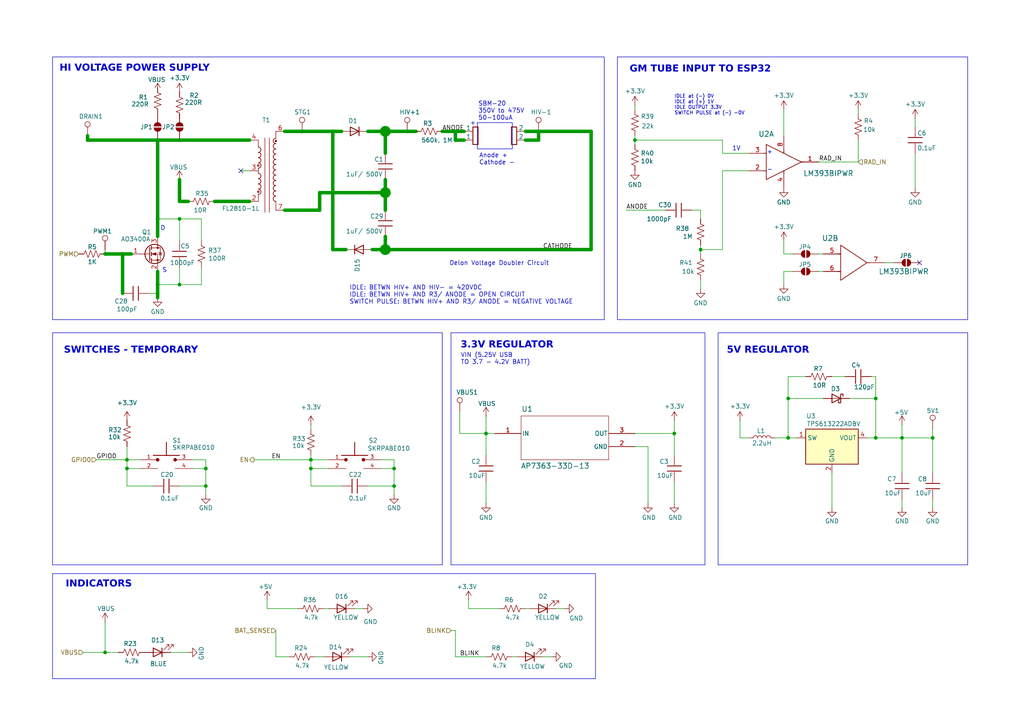
<source format=kicad_sch>
(kicad_sch (version 20250114) (generator "eeschema") (generator_version "9.0")
  (paper "A4")
  (rectangle (start 303.53 81.28) (end 416.56 157.48))
  (rectangle (start 15.24 166.37) (end 172.72 196.85))
  (rectangle (start 138.43 35.56) (end 148.59 43.18))
  (rectangle (start 15.24 16.51) (end 175.26 92.71))
  (rectangle (start 208.28 96.52) (end 280.67 163.83))
  (rectangle (start 179.07 16.51) (end 280.67 92.71))
  (rectangle (start 130.81 96.52) (end 204.47 163.83))
  (rectangle (start 301.752 32.512) (end 365.252 48.768))
  (text "5V REGULATOR" (at 210.82 103.378 0) (effects (font (size 2 2) (thickness 0.4064) (bold yes)) (justify left bottom)))
  (text "D1 has internal 1uA pullup, so D1 = 1.\n" (at 376.428 108.204 0) (effects (font (size 1.27 1.27)) (justify left)))
  (text "GM TUBE INPUT TO ESP32" (at 182.626 21.844 0) (effects (font (size 2 2) (thickness 0.4064) (bold yes)) (justify left bottom)))
  (text "INPUT VOLTAGE MUX (BATTERY/ USB) " (at 306.832 87.63 0) (effects (font (size 2 2) (thickness 0.4064) (bold yes)) (justify left bottom)))
  (text "INDICATORS" (at 19.05 171.196 0) (effects (font (size 2 2) (thickness 0.4064) (bold yes)) (justify left bottom)))
  (text "-" (at 223.266 49.276 0) (effects (font (size 1.27 1.27))))
  (text "+" (at 137.16 35.814 0) (effects (font (size 1.27 1.27))))
  (text "HI VOLTAGE POWER SUPPLY" (at 17.272 21.59 0) (effects (font (size 2 2) (thickness 0.4064) (bold yes)) (justify left bottom)))
  (text "If the voltage at the inverting terminal (-) is \ngreater than the voltage at the noninverting terminal (+), \nthen the output of the op amp will be drawn down to ground, \nallowing electricity to flow from VCC to ground, turning on the output device. \n\nIf the voltage at the inverting terminal (-) is less than at the noninverting terminal (+), \nthen the output of the op amp stays at VCC allowing no electricity to flow, \nsince there is no electric potential difference across the output device.\n\n" (at 302.768 20.574 0) (effects (font (size 1.27 1.27)) (justify left)))
  (text "S" (at 47.752 78.486 0) (effects (font (size 1.27 1.27))))
  (text "Delon Voltage Doubler Circuit" (at 144.78 76.454 0) (effects (font (size 1.27 1.27))))
  (text "From SBM-20 datasheet\n-Typical current per pulse: ~100 µA.\n-Plateau slope: ~0.1% per volt (small deviations mean the \nresistor can adjust the voltage across the tube effectively).\n-Power Dissipation: The resistor must handle the continuous\ncurrent and occasional pulses:\nP=I^2⋅R\n" (at 303.53 40.64 0) (effects (font (size 1.27 1.27)) (justify left)))
  (text "R4 limits current to 0.71A\n500/ RLim" (at 341.122 126.238 0) (effects (font (size 1.27 1.27)) (justify left)))
  (text "1V" (at 212.344 43.18 0) (effects (font (size 1.27 1.27)) (justify left)))
  (text "VIN (5.25V USB \nTO 3.7 - 4.2V BATT)" (at 133.604 104.14 0) (effects (font (size 1.27 1.27)) (justify left)))
  (text "3.3V REGULATOR" (at 133.604 101.854 0) (effects (font (size 2 2) (thickness 0.4064) (bold yes)) (justify left bottom)))
  (text "VHIGH CONNECTS TO \nTHE HIGHER OF IN1 OR IN2" (at 378.714 114.808 0) (effects (font (size 1.27 1.27)) (justify left)))
  (text "SWITCHES - TEMPORARY" (at 18.542 103.378 0) (effects (font (size 2 2) (thickness 1.016) (bold yes)) (justify left bottom)))
  (text "Anode +\nCathode -" (at 138.938 46.228 0) (effects (font (size 1.27 1.27)) (justify left)))
  (text "VBAT: 3.7V - 4.2V\nVBUS: 5.2V" (at 312.928 92.964 0) (effects (font (size 1.27 1.27)) (justify left)))
  (text "SBM-20\n350V to 475V\n50-100uA" (at 138.684 32.258 0) (effects (font (size 1.27 1.27)) (justify left)))
  (text "IDLE at (-) 0V\nIDLE at (+) 1V\nIDLE OUTPUT 3.3V\nSWITCH PULSE at (-) -0V" (at 195.58 30.48 0) (effects (font (size 1 1)) (justify left)))
  (text "IDLE: BETWN HIV+ AND HIV- = 420VDC\nIDLE: BETWN HIV+ AND R3/ ANODE = OPEN CIRCUIT\nSWITCH PULSE: BETWN HIV+ AND R3/ ANODE = NEGATIVE VOLTAGE " (at 101.346 85.598 0) (effects (font (size 1.27 1.27)) (justify left)))
  (text "+" (at 223.266 44.196 0) (effects (font (size 1.27 1.27))))
  (text "D" (at 47.244 66.294 0) (effects (font (size 1.27 1.27))))
  (junction (at 429.26 184.15))
  (junction (at 59.69 140.97))
  (junction (at 36.83 135.89))
  (junction (at 156.21 38.1))
  (junction (at 318.77 107.95))
  (junction (at 228.6 127))
  (junction (at 30.48 73.66))
  (junction (at 90.17 135.89))
  (junction (at 30.48 189.23))
  (junction (at 45.72 40.64))
  (junction (at 321.31 104.14))
  (junction (at 114.3 140.97))
  (junction (at 270.51 127))
  (junction (at 118.11 38.1))
  (junction (at 45.72 85.09))
  (junction (at 261.62 127))
  (junction (at 140.97 125.73))
  (junction (at 254 115.57))
  (junction (at 203.2 72.39))
  (junction (at 111.76 55.88) (diameter 3))
  (junction (at 35.56 73.66))
  (junction (at 45.72 82.55))
  (junction (at 52.07 82.55))
  (junction (at 36.83 133.35))
  (junction (at 132.08 38.1))
  (junction (at 111.76 72.39) (diameter 3))
  (junction (at 87.63 38.1))
  (junction (at 228.6 115.57))
  (junction (at 90.17 133.35))
  (junction (at 195.58 125.73))
  (junction (at 114.3 135.89))
  (junction (at 111.76 38.1) (diameter 3))
  (junction (at 59.69 135.89))
  (junction (at 429.26 179.07))
  (junction (at 45.72 63.5))
  (junction (at 96.52 38.1))
  (junction (at 405.13 179.07))
  (junction (at 254 127))
  (junction (at 52.07 63.5))
  (junction (at 52.07 40.64))
  (junction (at 184.15 40.64))
  (junction (at 405.13 176.53))
  (no_connect (at 374.65 107.95))
  (no_connect (at 69.85 49.53))
  (no_connect (at 266.7 76.2))
  (wire (pts (xy 161.29 176.53) (xy 163.83 176.53)))
  (wire (pts (xy 80.01 190.5) (xy 83.82 190.5)))
  (wire (pts (xy 429.26 184.15) (xy 429.26 186.69)))
  (wire (pts (xy 52.07 52.07) (xy 52.07 58.42)) (stroke (width 1)))
  (wire (pts (xy 429.26 179.07) (xy 429.26 184.15)))
  (wire (pts (xy 58.42 63.5) (xy 58.42 69.85)))
  (wire (pts (xy 69.85 49.53) (xy 72.39 49.53)))
  (wire (pts (xy 36.83 133.35) (xy 36.83 135.89)))
  (polyline (pts (xy 15.24 96.52) (xy 128.27 96.52)))
  (wire (pts (xy 45.72 25.4) (xy 45.72 26.67)))
  (wire (pts (xy 237.49 46.99) (xy 248.92 46.99)))
  (wire (pts (xy 30.48 72.39) (xy 30.48 73.66)))
  (wire (pts (xy 184.15 30.48) (xy 184.15 31.75)))
  (wire (pts (xy 55.88 135.89) (xy 59.69 135.89)))
  (wire (pts (xy 96.52 38.1) (xy 96.52 72.39)) (stroke (width 1)))
  (wire (pts (xy 405.13 173.99) (xy 405.13 176.53)))
  (wire (pts (xy 184.15 125.73) (xy 195.58 125.73)))
  (wire (pts (xy 52.07 40.64) (xy 49.53 40.64)))
  (wire (pts (xy 152.4 40.64) (xy 156.21 40.64)) (stroke (width 1)))
  (wire (pts (xy 36.83 135.89) (xy 36.83 140.97)))
  (wire (pts (xy 152.4 176.53) (xy 153.67 176.53)))
  (wire (pts (xy 80.01 182.88) (xy 80.01 190.5)))
  (wire (pts (xy 321.31 104.14) (xy 334.01 104.14)))
  (wire (pts (xy 184.15 39.37) (xy 184.15 40.64)))
  (wire (pts (xy 52.07 82.55) (xy 45.72 82.55)))
  (wire (pts (xy 111.76 68.58) (xy 111.76 72.39)) (stroke (width 1)))
  (wire (pts (xy 254 127) (xy 261.62 127)))
  (wire (pts (xy 52.07 63.5) (xy 45.72 63.5)))
  (wire (pts (xy 227.33 78.74) (xy 227.33 82.55)))
  (wire (pts (xy 114.3 133.35) (xy 110.49 133.35)))
  (wire (pts (xy 52.07 77.47) (xy 52.07 82.55)))
  (wire (pts (xy 414.02 184.15) (xy 405.13 184.15)))
  (wire (pts (xy 388.62 176.53) (xy 405.13 176.53)))
  (wire (pts (xy 114.3 135.89) (xy 114.3 140.97)))
  (wire (pts (xy 90.17 133.35) (xy 90.17 135.89)))
  (wire (pts (xy 77.47 173.99) (xy 77.47 176.53)))
  (wire (pts (xy 45.72 85.09) (xy 45.72 82.55)))
  (wire (pts (xy 111.76 55.88) (xy 111.76 60.96)) (stroke (width 1)))
  (wire (pts (xy 92.71 55.88) (xy 111.76 55.88)) (stroke (width 1)))
  (wire (pts (xy 59.69 135.89) (xy 59.69 140.97)))
  (wire (pts (xy 248.92 40.64) (xy 248.92 46.99)))
  (wire (pts (xy 252.73 109.22) (xy 254 109.22)))
  (wire (pts (xy 140.97 120.65) (xy 140.97 125.73)))
  (wire (pts (xy 59.69 140.97) (xy 59.69 143.51)))
  (wire (pts (xy 24.13 189.23) (xy 30.48 189.23)))
  (wire (pts (xy 421.64 184.15) (xy 429.26 184.15)))
  (wire (pts (xy 36.83 129.54) (xy 36.83 133.35)))
  (wire (pts (xy 90.17 132.08) (xy 90.17 133.35)))
  (wire (pts (xy 246.38 115.57) (xy 254 115.57)))
  (wire (pts (xy 111.76 44.45) (xy 111.76 38.1)) (stroke (width 1)))
  (wire (pts (xy 111.76 38.1) (xy 118.11 38.1)) (stroke (width 1)))
  (wire (pts (xy 265.43 34.29) (xy 265.43 36.83)))
  (wire (pts (xy 128.27 38.1) (xy 132.08 38.1)) (stroke (width 1)))
  (wire (pts (xy 43.18 85.09) (xy 45.72 85.09)))
  (wire (pts (xy 405.13 176.53) (xy 410.21 176.53)))
  (wire (pts (xy 135.89 176.53) (xy 144.78 176.53)))
  (wire (pts (xy 241.3 109.22) (xy 245.11 109.22)))
  (wire (pts (xy 237.49 78.74) (xy 238.76 78.74)))
  (wire (pts (xy 90.17 140.97) (xy 90.17 135.89)))
  (wire (pts (xy 375.92 115.57) (xy 375.92 128.27)))
  (wire (pts (xy 25.4 40.64) (xy 45.72 40.64)) (stroke (width 1)))
  (wire (pts (xy 261.62 127) (xy 270.51 127)))
  (wire (pts (xy 96.52 38.1) (xy 99.06 38.1)) (stroke (width 1)))
  (wire (pts (xy 132.08 40.64) (xy 132.08 38.1)) (stroke (width 1)))
  (wire (pts (xy 318.77 111.76) (xy 318.77 107.95)))
  (wire (pts (xy 203.2 81.28) (xy 203.2 83.82)))
  (wire (pts (xy 209.55 44.45) (xy 217.17 44.45)))
  (wire (pts (xy 140.97 125.73) (xy 133.35 125.73)))
  (wire (pts (xy 332.74 115.57) (xy 332.74 118.11)))
  (wire (pts (xy 261.62 127) (xy 261.62 123.19)))
  (wire (pts (xy 134.62 40.64) (xy 132.08 40.64)) (stroke (width 1)))
  (wire (pts (xy 106.68 140.97) (xy 114.3 140.97)))
  (wire (pts (xy 195.58 125.73) (xy 195.58 132.08)))
  (wire (pts (xy 405.13 184.15) (xy 405.13 179.07)))
  (wire (pts (xy 52.07 63.5) (xy 58.42 63.5)))
  (wire (pts (xy 90.17 135.89) (xy 95.25 135.89)))
  (wire (pts (xy 209.55 40.64) (xy 209.55 44.45)))
  (wire (pts (xy 332.74 115.57) (xy 334.01 115.57)))
  (wire (pts (xy 87.63 38.1) (xy 96.52 38.1)) (stroke (width 1)))
  (wire (pts (xy 82.55 38.1) (xy 87.63 38.1)) (stroke (width 1)))
  (wire (pts (xy 217.17 49.53) (xy 209.55 49.53)))
  (wire (pts (xy 132.08 38.1) (xy 134.62 38.1)) (stroke (width 1)))
  (wire (pts (xy 200.66 60.96) (xy 203.2 60.96)))
  (wire (pts (xy 55.88 133.35) (xy 59.69 133.35)))
  (polyline (pts (xy 128.27 163.83) (xy 128.27 96.52)))
  (wire (pts (xy 140.97 125.73) (xy 140.97 132.08)))
  (polyline (pts (xy 15.24 96.52) (xy 15.24 163.83)))
  (wire (pts (xy 45.72 40.64) (xy 45.72 63.5)) (stroke (width 1)))
  (wire (pts (xy 312.42 107.95) (xy 318.77 107.95)))
  (wire (pts (xy 251.46 127) (xy 254 127)))
  (wire (pts (xy 312.42 104.14) (xy 321.31 104.14)))
  (wire (pts (xy 36.83 133.35) (xy 40.64 133.35)))
  (wire (pts (xy 228.6 109.22) (xy 228.6 115.57)))
  (wire (pts (xy 228.6 115.57) (xy 238.76 115.57)))
  (wire (pts (xy 209.55 49.53) (xy 209.55 72.39)))
  (wire (pts (xy 203.2 60.96) (xy 203.2 63.5)))
  (wire (pts (xy 254 115.57) (xy 254 127)))
  (wire (pts (xy 35.56 85.09) (xy 35.56 73.66)) (stroke (width 1)))
  (wire (pts (xy 237.49 73.66) (xy 238.76 73.66)))
  (wire (pts (xy 45.72 78.74) (xy 45.72 82.55)) (stroke (width 1)))
  (wire (pts (xy 52.07 33.02) (xy 52.07 34.29)))
  (wire (pts (xy 92.71 60.96) (xy 82.55 60.96)) (stroke (width 1)))
  (wire (pts (xy 87.63 38.1) (xy 83.82 38.1)))
  (wire (pts (xy 227.33 73.66) (xy 227.33 69.85)))
  (wire (pts (xy 209.55 72.39) (xy 203.2 72.39)))
  (wire (pts (xy 195.58 121.92) (xy 195.58 125.73)))
  (wire (pts (xy 36.83 140.97) (xy 44.45 140.97)))
  (wire (pts (xy 110.49 135.89) (xy 114.3 135.89)))
  (wire (pts (xy 313.69 111.76) (xy 318.77 111.76)))
  (wire (pts (xy 49.53 189.23) (xy 54.61 189.23)))
  (wire (pts (xy 248.92 31.75) (xy 248.92 33.02)))
  (wire (pts (xy 45.72 63.5) (xy 45.72 68.58)) (stroke (width 1)))
  (wire (pts (xy 318.77 107.95) (xy 334.01 107.95)))
  (wire (pts (xy 45.72 40.64) (xy 52.07 40.64)) (stroke (width 1)))
  (wire (pts (xy 429.26 176.53) (xy 425.45 176.53)))
  (wire (pts (xy 187.96 129.54) (xy 187.96 146.05)))
  (wire (pts (xy 405.13 179.07) (xy 410.21 179.07)))
  (wire (pts (xy 321.31 104.14) (xy 321.31 114.3)))
  (wire (pts (xy 99.06 140.97) (xy 90.17 140.97)))
  (wire (pts (xy 203.2 72.39) (xy 203.2 73.66)))
  (wire (pts (xy 270.51 124.46) (xy 270.51 127)))
  (wire (pts (xy 171.45 38.1) (xy 171.45 72.39)) (stroke (width 1)))
  (wire (pts (xy 132.08 182.88) (xy 130.81 182.88)))
  (wire (pts (xy 184.15 40.64) (xy 184.15 41.91)))
  (wire (pts (xy 132.08 190.5) (xy 140.97 190.5)))
  (wire (pts (xy 156.21 40.64) (xy 156.21 38.1)) (stroke (width 1)))
  (wire (pts (xy 313.69 121.92) (xy 313.69 128.27)))
  (wire (pts (xy 30.48 189.23) (xy 34.29 189.23)))
  (wire (pts (xy 25.4 40.64) (xy 25.4 39.37)) (stroke (width 1)))
  (wire (pts (xy 52.07 140.97) (xy 59.69 140.97)))
  (wire (pts (xy 100.33 72.39) (xy 96.52 72.39)) (stroke (width 1)))
  (wire (pts (xy 36.83 135.89) (xy 40.64 135.89)))
  (wire (pts (xy 227.33 78.74) (xy 229.87 78.74)))
  (wire (pts (xy 148.59 190.5) (xy 149.86 190.5)))
  (wire (pts (xy 114.3 140.97) (xy 114.3 143.51)))
  (wire (pts (xy 45.72 40.64) (xy 43.18 40.64)))
  (wire (pts (xy 326.39 111.76) (xy 334.01 111.76)))
  (wire (pts (xy 106.68 38.1) (xy 111.76 38.1)) (stroke (width 1)))
  (wire (pts (xy 405.13 176.53) (xy 405.13 179.07)))
  (wire (pts (xy 30.48 180.34) (xy 30.48 189.23)))
  (wire (pts (xy 135.89 173.99) (xy 135.89 176.53)))
  (wire (pts (xy 27.94 133.35) (xy 36.83 133.35)))
  (wire (pts (xy 261.62 127) (xy 261.62 137.16)))
  (wire (pts (xy 132.08 182.88) (xy 132.08 190.5)))
  (wire (pts (xy 58.42 82.55) (xy 52.07 82.55)))
  (wire (pts (xy 374.65 111.76) (xy 388.62 111.76)))
  (wire (pts (xy 140.97 125.73) (xy 143.51 125.73)))
  (wire (pts (xy 59.69 133.35) (xy 59.69 135.89)))
  (wire (pts (xy 45.72 82.55) (xy 45.72 85.09)) (stroke (width 1)))
  (wire (pts (xy 111.76 72.39) (xy 107.95 72.39)) (stroke (width 1)))
  (wire (pts (xy 93.98 176.53) (xy 95.25 176.53)))
  (wire (pts (xy 425.45 179.07) (xy 429.26 179.07)))
  (wire (pts (xy 58.42 77.47) (xy 58.42 82.55)))
  (wire (pts (xy 429.26 179.07) (xy 429.26 176.53)))
  (wire (pts (xy 241.3 137.16) (xy 241.3 147.32)))
  (wire (pts (xy 203.2 71.12) (xy 203.2 72.39)))
  (wire (pts (xy 118.11 38.1) (xy 120.65 38.1)) (stroke (width 1)))
  (wire (pts (xy 228.6 115.57) (xy 228.6 127)))
  (wire (pts (xy 214.63 121.92) (xy 214.63 127)))
  (wire (pts (xy 374.65 115.57) (xy 375.92 115.57)))
  (wire (pts (xy 156.21 38.1) (xy 171.45 38.1)) (stroke (width 1)))
  (wire (pts (xy 62.23 58.42) (xy 72.39 58.42)) (stroke (width 1)))
  (wire (pts (xy 321.31 121.92) (xy 321.31 128.27)))
  (wire (pts (xy 254 109.22) (xy 254 115.57)))
  (wire (pts (xy 140.97 139.7) (xy 140.97 146.05)))
  (wire (pts (xy 114.3 135.89) (xy 114.3 133.35)))
  (wire (pts (xy 111.76 72.39) (xy 171.45 72.39)) (stroke (width 1)))
  (wire (pts (xy 184.15 129.54) (xy 187.96 129.54)))
  (wire (pts (xy 90.17 123.19) (xy 90.17 124.46)))
  (wire (pts (xy 270.51 127) (xy 270.51 137.16)))
  (wire (pts (xy 102.87 176.53) (xy 105.41 176.53)))
  (wire (pts (xy 326.39 128.27) (xy 326.39 111.76)))
  (wire (pts (xy 228.6 127) (xy 231.14 127)))
  (wire (pts (xy 261.62 144.78) (xy 261.62 147.32)))
  (wire (pts (xy 195.58 139.7) (xy 195.58 146.05)))
  (wire (pts (xy 91.44 190.5) (xy 93.98 190.5)))
  (wire (pts (xy 77.47 176.53) (xy 86.36 176.53)))
  (wire (pts (xy 256.54 76.2) (xy 259.08 76.2)))
  (wire (pts (xy 111.76 52.07) (xy 111.76 55.88)) (stroke (width 1)))
  (wire (pts (xy 228.6 109.22) (xy 233.68 109.22)))
  (wire (pts (xy 270.51 144.78) (xy 270.51 147.32)))
  (wire (pts (xy 35.56 73.66) (xy 38.1 73.66)) (stroke (width 1)))
  (wire (pts (xy 101.6 190.5) (xy 106.68 190.5)))
  (polyline (pts (xy 15.24 163.83) (xy 128.27 163.83)))
  (wire (pts (xy 52.07 63.5) (xy 52.07 69.85)))
  (wire (pts (xy 181.61 60.96) (xy 193.04 60.96)))
  (wire (pts (xy 313.69 114.3) (xy 313.69 111.76)))
  (wire (pts (xy 227.33 31.75) (xy 227.33 39.37)))
  (wire (pts (xy 224.79 127) (xy 228.6 127)))
  (wire (pts (xy 184.15 40.64) (xy 209.55 40.64)))
  (wire (pts (xy 52.07 40.64) (xy 72.39 40.64)) (stroke (width 1)))
  (wire (pts (xy 45.72 63.5) (xy 45.72 62.23)))
  (wire (pts (xy 229.87 73.66) (xy 227.33 73.66)))
  (wire (pts (xy 92.71 55.88) (xy 92.71 60.96)) (stroke (width 1)))
  (wire (pts (xy 45.72 85.09) (xy 45.72 86.36)) (stroke (width 1)))
  (wire (pts (xy 133.35 125.73) (xy 133.35 119.38)))
  (wire (pts (xy 157.48 190.5) (xy 160.02 190.5)))
  (wire (pts (xy 265.43 44.45) (xy 265.43 54.61)))
  (wire (pts (xy 152.4 38.1) (xy 156.21 38.1)) (stroke (width 1)))
  (wire (pts (xy 52.07 58.42) (xy 54.61 58.42)) (stroke (width 1)))
  (wire (pts (xy 214.63 127) (xy 217.17 127)))
  (wire (pts (xy 73.66 133.35) (xy 90.17 133.35)))
  (wire (pts (xy 90.17 133.35) (xy 95.25 133.35)))
  (wire (pts (xy 30.48 73.66) (xy 35.56 73.66)) (stroke (width 1)))
  (wire (pts (xy 332.74 125.73) (xy 332.74 128.27)))
  (label "ANODE" (at 128.27 38.1 0))
  (label "ANODE" (at 181.61 60.96 0))
  (label "GPIO0" (at 27.94 133.35 0))
  (label "BLINK" (at 133.35 190.5 0))
  (label "VBUS" (at 312.42 104.14 0))
  (label "EN" (at 78.74 133.35 0))
  (label "GPIO46" (at 393.7 176.53 0))
  (label "RAD_IN" (at 237.49 46.99 0))
  (label "CATHODE" (at 157.48 72.39 0))
  (hierarchical_label "BAT_SENSE" (shape input) (at 80.01 182.88 180))
  (hierarchical_label "GPIO46" (shape output) (at 388.62 176.53 180))
  (hierarchical_label "PWM" (shape input) (at 22.86 73.66 180))
  (hierarchical_label "GPIO0" (shape input) (at 27.94 133.35 180))
  (hierarchical_label "BLINK" (shape input) (at 130.81 182.88 180))
  (hierarchical_label "RAD_IN" (shape input) (at 248.92 46.99 0))
  (hierarchical_label "EN" (shape output) (at 73.66 133.35 180))
  (hierarchical_label "VBUS" (shape input) (at 24.13 189.23 180))
  (symbol (lib_id "Jumper:SolderJumper_2_Open") (at 233.68 73.66 180) (unit 1)
    (property "Reference" "JP4" (at 231.648 71.628 0) (effects (justify right)))
    (property "Value" "SolderJumper_2_Open" (effects (hide yes)))
    (property "Footprint" "Jumper:SolderJumper-2_P1.3mm_Open_RoundedPad1.0x1.5mm" (effects (hide yes)))
    (property "Description" "Solder Jumper, 2-pole, open" (effects (hide yes)))
  )
  (symbol (lib_id "Device:C") (at 111.76 64.77 180) (unit 1)
    (property "Reference" "C29" (at 111.252 62.738 0) (effects (justify left)))
    (property "Value" "1uF/ 500V" (at 110.998 67.056 0) (effects (justify left)))
    (property "Footprint" "Capacitor_SMD:C_2220_5750Metric" (effects (hide yes)))
    (property "Description" "Polarized capacitor" (effects (hide yes)))
    (property "MPN" "ECW-FD2J105K" (effects (hide yes)))
  )
  (symbol (lib_id "Device:C") (at 39.37 85.09 90) (unit 1)
    (property "Reference" "C28" (at 37.084 87.376 90) (effects (justify left)))
    (property "Value" "100pF" (at 39.878 89.662 90) (effects (justify left)))
    (property "Footprint" "Capacitor_SMD:C_0805_2012Metric" (effects (hide yes)))
    (property "Description" "Unpolarized capacitor" (effects (hide yes)))
    (property "MPN" "C0805C101J5GACTU" (effects (hide yes)))
    (property "ALT MPN" "C0805C471K5RACTU" (effects (hide yes)))
  )
  (symbol (lib_name "LM393BIPWR_1") (lib_id "LM393BIPWR:LM393BIPWR") (at 238.76 73.66 0) (unit 2)
    (property "Reference" "U2" (at 240.792 69.088 0) (effects (font (size 1.524 1.524))))
    (property "Value" "LM393BIPWR" (at 262.128 78.74 0) (effects (font (size 1.524 1.524))))
    (property "Footprint" "LM393BIPWR:PW0008A-MFG" (effects (hide yes)))
    (property "Datasheet" "LM393BIPWR" (effects (hide yes)))
  )
  (symbol (lib_id "power:GND") (at 54.61 189.23 90) (unit 1)
    (property "Reference" "#PWR038" (effects (hide yes)))
    (property "Value" "GND" (at 58.42 187.452 0) (effects (justify right)))
  )
  (symbol (lib_name "C_1") (lib_id "Device:C") (at 102.87 140.97 270) (unit 1)
    (property "Reference" "C22" (at 101.092 137.668 90) (effects (justify left)))
    (property "Value" "0.1uF" (at 101.092 144.526 90) (effects (justify left)))
    (property "Footprint" "Capacitor_SMD:C_0805_2012Metric" (effects (hide yes)))
    (property "Datasheet" "https://www.digikey.com/en/products/detail/yageo/CC0805KRX7R9BB104/302874" (effects (hide yes)))
    (property "Description" "Unpolarized capacitor" (effects (hide yes)))
    (property "MPN" "CC0805KRX7R9BB104" (effects (hide yes)))
  )
  (symbol (lib_name "C_1") (lib_id "Device:C") (at 265.43 40.64 180) (unit 1)
    (property "Reference" "C6" (at 268.732 38.608 0) (effects (justify left)))
    (property "Value" "0.1uF" (at 271.526 42.926 0) (effects (justify left)))
    (property "Footprint" "Capacitor_SMD:C_0805_2012Metric" (effects (hide yes)))
    (property "Datasheet" "https://www.digikey.com/en/products/detail/yageo/CC0805KRX7R9BB104/302874" (effects (hide yes)))
    (property "Description" "Unpolarized capacitor" (effects (hide yes)))
    (property "MPN" "CC0805KRX7R9BB104" (effects (hide yes)))
  )
  (symbol (lib_id "Device:R_US") (at 26.67 73.66 270) (unit 1)
    (property "Reference" "R5" (at 25.4 71.628 90) (effects (justify left)))
    (property "Value" "1K" (at 25.4 75.946 90) (effects (justify left)))
    (property "Footprint" "Resistor_SMD:R_0805_2012Metric" (effects (hide yes)))
    (property "Description" "Resistor, US symbol" (effects (hide yes)))
    (property "MPN" "RNCP0805FTD1K00" (effects (hide yes)))
  )
  (symbol (lib_id "power:GND") (at 332.74 128.27 0) (unit 1)
    (property "Reference" "#PWR08" (effects (hide yes)))
    (property "Value" "GND" (at 332.74 132.08 0))
  )
  (symbol (lib_id "power:GND") (at 187.96 146.05 0) (unit 1)
    (property "Reference" "#PWR02" (effects (hide yes)))
    (property "Value" "GND" (at 188.214 150.114 0))
  )
  (symbol (lib_id "power:+3.3V") (at 90.17 123.19 0) (unit 1)
    (property "Reference" "#PWR063" (effects (hide yes)))
    (property "Value" "+3.3V" (at 90.17 118.11 0))
    (property "Description" "Power symbol creates a global label with name \"+3.3V\"" (effects (hide yes)))
  )
  (symbol (lib_id "power:GND") (at 59.69 143.51 0) (unit 1)
    (property "Reference" "#PWR064" (effects (hide yes)))
    (property "Value" "GND" (at 59.69 147.32 0))
  )
  (symbol (lib_id "Device:R_US") (at 124.46 38.1 270) (unit 1)
    (property "Reference" "R3" (at 122.682 35.814 90) (effects (justify left)))
    (property "Value" "560k, 1M" (at 122.174 40.64 90) (effects (justify left)))
    (property "Footprint" "Resistor_SMD:R_2512_6332Metric" (effects (hide yes)))
    (property "Description" "Resistor, US symbol" (effects (hide yes)))
    (property "MPN" "CRGP2512F560K" (effects (hide yes)))
    (property "ALT MPN" "CRGP2512F1M0 " (effects (hide yes)))
  )
  (symbol (lib_id "Device:R_US") (at 58.42 58.42 270) (unit 1)
    (property "Reference" "R35" (at 56.642 56.134 90) (effects (justify left)))
    (property "Value" "10R" (at 56.134 60.96 90) (effects (justify left)))
    (property "Footprint" "Resistor_SMD:R_2512_6332Metric" (effects (hide yes)))
    (property "Description" "Resistor, US symbol" (effects (hide yes)))
    (property "MPN" "352210RJT" (effects (hide yes)))
  )
  (symbol (lib_id "Device:R_US") (at 90.17 128.27 180) (unit 1)
    (property "Reference" "R33" (at 88.646 127.254 0) (effects (justify left)))
    (property "Value" "10k" (at 88.392 129.286 0) (effects (justify left)))
    (property "Footprint" "Resistor_SMD:R_0805_2012Metric" (effects (hide yes)))
    (property "Description" "Resistor, US symbol" (effects (hide yes)))
    (property "MPN" "RMCF0805FT10K0" (effects (hide yes)))
  )
  (symbol (lib_name "C_1") (lib_id "Device:C") (at 195.58 135.89 0) (unit 1)
    (property "Reference" "C3" (at 191.262 133.858 0) (effects (justify left)))
    (property "Value" "10uF" (at 190.5 137.922 0) (effects (justify left)))
    (property "Footprint" "Capacitor_SMD:C_0805_2012Metric" (effects (hide yes)))
    (property "Description" "Unpolarized capacitor" (effects (hide yes)))
    (property "MPN" "CL21B106KPQNNNE" (effects (hide yes)))
  )
  (symbol (lib_id "Device:R_US") (at 332.74 121.92 180) (unit 1) (exclude_from_sim yes) (in_bom no) (on_board no) (dnp yes)
    (property "Reference" "RX1" (at 338.328 119.888 0) (effects (justify left)))
    (property "Value" "715R" (at 339.598 121.92 0) (effects (justify left)))
    (property "Footprint" "Resistor_SMD:R_0805_2012Metric" (effects (hide yes)))
    (property "Datasheet" "https://www.digikey.com/en/products/detail/vishay-dale/CRCW0805715RFKEA/1175621" (effects (hide yes)))
    (property "Description" "Resistor, US symbol" (effects (hide yes)))
    (property "MPN" "CRCW0805715RFKEA" (effects (hide yes)))
  )
  (symbol (lib_id "power:+3.3V") (at 248.92 31.75 0) (unit 1)
    (property "Reference" "#PWR015" (effects (hide yes)))
    (property "Value" "+3.3V" (at 248.92 27.686 0))
    (property "Description" "Power symbol creates a global label with name \"+3.3V\"" (effects (hide yes)))
  )
  (symbol (lib_id "power:GND") (at 106.68 190.5 90) (unit 1)
    (property "Reference" "#PWR040" (effects (hide yes)))
    (property "Value" "GND" (at 110.49 188.722 0) (effects (justify right)))
  )
  (symbol (lib_id "power:GND") (at 375.92 128.27 0) (unit 1)
    (property "Reference" "#PWR09" (effects (hide yes)))
    (property "Value" "GND" (at 375.92 132.08 0))
  )
  (symbol (lib_id "Device:LED") (at 153.67 190.5 180) (unit 1)
    (property "Reference" "D4" (at 153.67 186.944 0))
    (property "Value" "YELLOW" (at 154.432 193.294 0))
    (property "Footprint" "LED_SMD:LED_0805_2012Metric" (effects (hide yes)))
    (property "MPN" "150080YS75000" (effects (hide yes)))
  )
  (symbol (lib_name "SKRPABE010_1") (lib_id "SKRPABE010:SKRPABE010") (at 102.87 133.35 0) (unit 1)
    (property "Reference" "S2" (at 108.204 127.762 0))
    (property "Value" "SKRPABE010" (at 112.776 130.048 0))
    (property "Footprint" "SKRPABE010:SW_SKRPABE010" (effects (hide yes)))
    (property "STANDARD" "Manufacturer Recommendations" (effects (hide yes)))
    (property "MAXIMUM_PACKAGE_HEIGHT" "2.5 mm" (effects (hide yes)))
    (property "MANUFACTURER" "Alps" (effects (hide yes)))
    (property "MPN" "SKRPABE010" (effects (hide yes)))
  )
  (symbol (lib_id "Regulator_Switching:TPS613222ADBV") (at 241.3 129.54 0) (unit 1)
    (property "Reference" "U3" (at 235.204 120.65 0))
    (property "Value" "TPS613222ADBV" (at 241.808 122.936 0))
    (property "Footprint" "Package_TO_SOT_SMD:SOT-23-5" (effects (hide yes)))
    (property "Datasheet" "http://www.ti.com/lit/ds/symlink/tps61322.pdf" (effects (hide yes)))
    (property "Description" "1.8A Step-Up Converter, 5V Output Voltage, 0.9-5.5V Input Voltage, SOT-23-5" (effects (hide yes)))
    (property "MPN" "TPS613222ADBV" (effects (hide yes)))
  )
  (symbol (lib_id "Jumper:SolderJumper_2_Open") (at 45.72 36.83 90) (unit 1)
    (property "Reference" "JP1" (at 40.64 36.83 90) (effects (justify right)))
    (property "Value" "SolderJumper_2_Open" (effects (hide yes)))
    (property "Footprint" "Jumper:SolderJumper-2_P1.3mm_Open_RoundedPad1.0x1.5mm" (effects (hide yes)))
    (property "Description" "Solder Jumper, 2-pole, open" (effects (hide yes)))
  )
  (symbol (lib_id "power:+3.3V") (at 214.63 121.92 0) (unit 1)
    (property "Reference" "#PWR077" (effects (hide yes)))
    (property "Value" "+3.3V" (at 214.63 117.856 0))
    (property "Description" "Power symbol creates a global label with name \"+3.3V\"" (effects (hide yes)))
  )
  (symbol (lib_name "C_1") (lib_id "Device:C") (at 270.51 140.97 0) (unit 1)
    (property "Reference" "C8" (at 266.192 138.938 0) (effects (justify left)))
    (property "Value" "10uF" (at 265.43 143.002 0) (effects (justify left)))
    (property "Footprint" "Capacitor_SMD:C_0805_2012Metric" (effects (hide yes)))
    (property "Description" "Unpolarized capacitor" (effects (hide yes)))
    (property "MPN" "CL21B106KPQNNNE" (effects (hide yes)))
  )
  (symbol (lib_id "power:+3.3V") (at 195.58 121.92 0) (unit 1)
    (property "Reference" "#PWR058" (effects (hide yes)))
    (property "Value" "+3.3V" (at 195.58 117.856 0))
    (property "Description" "Power symbol creates a global label with name \"+3.3V\"" (effects (hide yes)))
  )
  (symbol (lib_id "Jumper:SolderJumper_2_Open") (at 262.89 76.2 180) (unit 1)
    (property "Reference" "JP6" (at 260.858 74.168 0) (effects (justify right)))
    (property "Value" "SolderJumper_2_Open" (effects (hide yes)))
    (property "Footprint" "Jumper:SolderJumper-2_P1.3mm_Open_RoundedPad1.0x1.5mm" (effects (hide yes)))
    (property "Description" "Solder Jumper, 2-pole, open" (effects (hide yes)))
  )
  (symbol (lib_id "Device:R_US") (at 45.72 29.21 180) (unit 1)
    (property "Reference" "R1" (at 42.926 28.194 0) (effects (justify left)))
    (property "Value" "220R" (at 43.18 30.226 0) (effects (justify left)))
    (property "Footprint" "Resistor_SMD:R_0805_2012Metric" (effects (hide yes)))
    (property "Description" "Resistor, US symbol" (effects (hide yes)))
    (property "MPN" "RK73B2ATTD221J" (effects (hide yes)))
  )
  (symbol (lib_id "Connector:TestPoint") (at 118.11 38.1 0) (unit 1)
    (property "Reference" "HIV+1" (at 115.824 32.512 0) (effects (justify left)))
    (property "Value" "TestPoint" (effects (hide yes)))
    (property "Footprint" "Connector_Pin:Pin_D1.0mm_L10.0mm" (effects (hide yes)))
    (property "Description" "test point" (effects (hide yes)))
  )
  (symbol (lib_id "TPS2115APWR:TPS2115APWR") (at 334.01 106.68 0) (unit 1) (in_bom no) (on_board no) (dnp yes)
    (property "Reference" "UX1" (at 344.17 97.028 0) (effects (font (size 1.524 1.524))))
    (property "Value" "TPS2115APWR" (at 350.52 100.076 0) (effects (font (size 1.524 1.524))))
    (property "Footprint" "TPS2115APWR:PW8" (effects (hide yes)))
    (property "Datasheet" "TPS2115APWR" (effects (hide yes)))
    (property "Description" "Autoswitching power multiplexer for switching bet VBAT and VBUS" (effects (hide yes)))
    (property "MPN" "TPS2115APWR" (effects (hide yes)))
  )
  (symbol (lib_id "Device:R_US") (at 52.07 30.48 180) (unit 1)
    (property "Reference" "R2" (at 57.658 27.686 0) (effects (justify left)))
    (property "Value" "220R" (at 58.674 29.718 0) (effects (justify left)))
    (property "Footprint" "Resistor_SMD:R_0805_2012Metric" (effects (hide yes)))
    (property "Description" "Resistor, US symbol" (effects (hide yes)))
    (property "MPN" "RK73B2ATTD221J" (effects (hide yes)))
  )
  (symbol (lib_id "Connector:TestPoint") (at 30.48 72.39 0) (unit 1)
    (property "Reference" "PWM1" (at 26.924 67.056 0) (effects (justify left)))
    (property "Value" "TestPoint" (effects (hide yes)))
    (property "Footprint" "Connector_Pin:Pin_D1.0mm_L10.0mm" (effects (hide yes)))
    (property "Description" "test point" (effects (hide yes)))
  )
  (symbol (lib_id "Device:C") (at 248.92 109.22 270) (unit 1)
    (property "Reference" "C4" (at 246.888 105.918 90) (effects (justify left)))
    (property "Value" "120pF" (at 247.65 112.268 90) (effects (justify left)))
    (property "Footprint" "Capacitor_SMD:C_0805_2012Metric" (effects (hide yes)))
    (property "Description" "Unpolarized capacitor" (effects (hide yes)))
    (property "MPN" "C0805C121J5GACTU" (effects (hide yes)))
  )
  (symbol (lib_id "power:+3.3V") (at 184.15 30.48 0) (unit 1)
    (property "Reference" "#PWR087" (effects (hide yes)))
    (property "Value" "+3.3V" (at 184.15 26.416 0))
    (property "Description" "Power symbol creates a global label with name \"+3.3V\"" (effects (hide yes)))
  )
  (symbol (lib_id "power:GND") (at 241.3 147.32 0) (unit 1)
    (property "Reference" "#PWR022" (effects (hide yes)))
    (property "Value" "GND" (at 241.3 151.13 0))
  )
  (symbol (lib_id "Device:R_US") (at 203.2 67.31 180) (unit 1)
    (property "Reference" "R38" (at 199.898 66.294 0) (effects (justify left)))
    (property "Value" "1M" (at 200.914 68.58 0) (effects (justify left)))
    (property "Footprint" "Resistor_SMD:R_1210_3225Metric" (effects (hide yes)))
    (property "Description" "Resistor, US symbol" (effects (hide yes)))
    (property "MPN" "RC1210FR-071ML" (effects (hide yes)))
  )
  (symbol (lib_id "power:GND") (at 265.43 54.61 0) (unit 1)
    (property "Reference" "#PWR086" (effects (hide yes)))
    (property "Value" "GND" (at 265.43 58.674 0))
    (property "Description" "Power symbol creates a global label with name \"GND\" , ground" (effects (hide yes)))
  )
  (symbol (lib_id "Device:D") (at 102.87 38.1 180) (unit 1)
    (property "Reference" "D1" (at 102.362 35.052 0))
    (property "Value" "ES1H" (effects (hide yes)))
    (property "Footprint" "ES1H:DIOM4226X244N" (effects (hide yes)))
    (property "Description" "Diode" (effects (hide yes)))
    (property "MPN" "ES1H" (effects (hide yes)))
  )
  (symbol (lib_id "power:+5V") (at 30.48 180.34 0) (unit 1)
    (property "Reference" "#PWR037" (effects (hide yes)))
    (property "Value" "VBUS" (at 30.734 176.53 0))
  )
  (symbol (lib_name "C_1") (lib_id "Device:C") (at 261.62 140.97 0) (unit 1)
    (property "Reference" "C7" (at 257.302 138.938 0) (effects (justify left)))
    (property "Value" "10uF" (at 256.54 143.002 0) (effects (justify left)))
    (property "Footprint" "Capacitor_SMD:C_0805_2012Metric" (effects (hide yes)))
    (property "Description" "Unpolarized capacitor" (effects (hide yes)))
    (property "MPN" "CL21B106KPQNNNE" (effects (hide yes)))
  )
  (symbol (lib_id "Device:R_US") (at 90.17 176.53 270) (unit 1)
    (property "Reference" "R36" (at 87.884 173.99 90) (effects (justify left)))
    (property "Value" "4.7k" (at 88.138 179.07 90) (effects (justify left)))
    (property "Footprint" "Resistor_SMD:R_0805_2012Metric" (effects (hide yes)))
    (property "MPN" "CRCW08054K70FKEAC" (effects (hide yes)))
  )
  (symbol (lib_id "power:GND") (at 160.02 190.5 90) (unit 1)
    (property "Reference" "#PWR025" (effects (hide yes)))
    (property "Value" "GND" (at 162.052 193.04 90) (effects (justify right)))
  )
  (symbol (lib_id "Transformer:FL2810-1L_Coilcraft") (at 77.47 49.53 0) (unit 1)
    (property "Reference" "T1" (at 77.216 34.798 0))
    (property "Value" "FL2810-1L" (at 69.85 60.452 0))
    (property "Footprint" "Transformer_SMD:Transformer_Coilcraft_FL2810-1L" (effects (hide yes)))
    (property "Datasheet" "https://componentsearchengine.com/Datasheets/1/54100C.pdf" (effects (hide yes)))
    (property "Description" "Step-up SMD 1:1:100 Coilcraft, 1:1:100" (effects (hide yes)))
    (property "Height" "8.45" (effects (hide yes)))
    (property "Coilcraft" "FL2810-1L" (effects (hide yes)))
    (property "Coilcraft price" "5.43" (effects (hide yes)))
    (property "MPN" "FL2810-1L" (effects (hide yes)))
    (property "Manufacturer_Part_Number" "54100C" (effects (hide yes)))
    (property "Mouser Part Number" "580-54100C" (effects (hide yes)))
    (property "Mouser Price/Stock" "https://www.mouser.com/Search/Refine.aspx?Keyword=580-54100C" (effects (hide yes)))
    (property "Manufacturer_Name" "Murata Electronics" (effects (hide yes)))
  )
  (symbol (lib_id "Device:D") (at 104.14 72.39 0) (unit 1)
    (property "Reference" "D15" (at 103.632 76.962 90))
    (property "Value" "ES1H" (effects (hide yes)))
    (property "Footprint" "ES1H:DIOM4226X244N" (effects (hide yes)))
    (property "Description" "Diode" (effects (hide yes)))
    (property "MPN" "ES1H" (effects (hide yes)))
  )
  (symbol (lib_id "Device:R_US") (at 405.13 170.18 180) (unit 1) (exclude_from_sim yes) (dnp yes)
    (property "Reference" "R34" (at 403.606 169.164 0) (effects (justify left)))
    (property "Value" "10k" (at 403.352 171.196 0) (effects (justify left)))
    (property "Footprint" "Resistor_SMD:R_0805_2012Metric" (effects (hide yes)))
    (property "Description" "Resistor, US symbol" (effects (hide yes)))
    (property "MPN" "RMCF0805FT10K0" (effects (hide yes)))
  )
  (symbol (lib_name "C_1") (lib_id "Device:C") (at 140.97 135.89 0) (unit 1)
    (property "Reference" "C2" (at 136.652 133.858 0) (effects (justify left)))
    (property "Value" "10uF" (at 135.89 137.922 0) (effects (justify left)))
    (property "Footprint" "Capacitor_SMD:C_0805_2012Metric" (effects (hide yes)))
    (property "Description" "Unpolarized capacitor" (effects (hide yes)))
    (property "MPN" "CL21B106KPQNNNE" (effects (hide yes)))
  )
  (symbol (lib_id "power:GND") (at 326.39 128.27 0) (unit 1)
    (property "Reference" "#PWR07" (effects (hide yes)))
    (property "Value" "GND" (at 326.39 132.08 0))
  )
  (symbol (lib_id "Device:L") (at 220.98 127 90) (unit 1)
    (property "Reference" "L1" (at 220.726 124.968 90))
    (property "Value" "2.2uH" (at 220.98 128.524 90))
    (property "Footprint" "Inductor_SMD:L_1008_2520Metric" (effects (hide yes)))
    (property "Description" "Inductor" (effects (hide yes)))
    (property "MPN" "DFE252012F-2R2M=P2" (effects (hide yes)))
  )
  (symbol (lib_name "C_1") (lib_id "Device:C") (at 48.26 140.97 270) (unit 1)
    (property "Reference" "C20" (at 46.482 137.668 90) (effects (justify left)))
    (property "Value" "0.1uF" (at 46.482 144.526 90) (effects (justify left)))
    (property "Footprint" "Capacitor_SMD:C_0805_2012Metric" (effects (hide yes)))
    (property "Datasheet" "https://www.digikey.com/en/products/detail/yageo/CC0805KRX7R9BB104/302874" (effects (hide yes)))
    (property "Description" "Unpolarized capacitor" (effects (hide yes)))
    (property "MPN" "CC0805KRX7R9BB104" (effects (hide yes)))
  )
  (symbol (lib_id "power:+3.3V") (at 227.33 69.85 0) (unit 1)
    (property "Reference" "#PWR091" (effects (hide yes)))
    (property "Value" "+3.3V" (at 227.33 65.786 0))
    (property "Description" "Power symbol creates a global label with name \"+3.3V\"" (effects (hide yes)))
  )
  (symbol (lib_id "Connector:TestPoint") (at 156.21 38.1 0) (unit 1)
    (property "Reference" "HIV-1" (at 153.924 32.512 0) (effects (justify left)))
    (property "Value" "TestPoint" (effects (hide yes)))
    (property "Footprint" "Connector_Pin:Pin_D1.0mm_L10.0mm" (effects (hide yes)))
    (property "Description" "test point" (effects (hide yes)))
  )
  (symbol (lib_id "power:+3.3V") (at 265.43 34.29 0) (unit 1)
    (property "Reference" "#PWR061" (effects (hide yes)))
    (property "Value" "+3.3V" (at 265.43 30.226 0))
    (property "Description" "Power symbol creates a global label with name \"+3.3V\"" (effects (hide yes)))
  )
  (symbol (lib_id "power:+5V") (at 261.62 123.19 0) (unit 1)
    (property "Reference" "#PWR013" (effects (hide yes)))
    (property "Value" "+5V" (at 261.366 119.634 0))
    (property "Description" "Power symbol creates a global label with name \"+5V\"" (effects (hide yes)))
  )
  (symbol (lib_id "power:+3.3V") (at 52.07 26.67 0) (unit 1)
    (property "Reference" "#PWR051" (effects (hide yes)))
    (property "Value" "+3.3V" (at 52.07 22.606 0))
    (property "Description" "Power symbol creates a global label with name \"+3.3V\"" (effects (hide yes)))
  )
  (symbol (lib_id "Jumper:SolderJumper_2_Open") (at 233.68 78.74 180) (unit 1)
    (property "Reference" "JP5" (at 231.648 76.708 0) (effects (justify right)))
    (property "Value" "SolderJumper_2_Open" (effects (hide yes)))
    (property "Footprint" "Jumper:SolderJumper-2_P1.3mm_Open_RoundedPad1.0x1.5mm" (effects (hide yes)))
    (property "Description" "Solder Jumper, 2-pole, open" (effects (hide yes)))
  )
  (symbol (lib_id "power:+3.3V") (at 135.89 173.99 0) (unit 1)
    (property "Reference" "#PWR062" (effects (hide yes)))
    (property "Value" "+3.3V" (at 135.382 170.18 0))
    (property "Description" "Power symbol creates a global label with name \"+3.3V\"" (effects (hide yes)))
  )
  (symbol (lib_id "Device:LED") (at 157.48 176.53 180) (unit 1)
    (property "Reference" "D2" (at 157.48 172.974 0))
    (property "Value" "YELLOW" (at 158.75 179.07 0))
    (property "Footprint" "LED_SMD:LED_0805_2012Metric" (effects (hide yes)))
    (property "MPN" "150080YS75000" (effects (hide yes)))
  )
  (symbol (lib_id "power:GND") (at 114.3 143.51 0) (unit 1)
    (property "Reference" "#PWR069" (effects (hide yes)))
    (property "Value" "GND" (at 114.3 147.32 0))
  )
  (symbol (lib_id "SKRPABE010:SKRPABE010") (at 48.26 133.35 0) (unit 1)
    (property "Reference" "S1" (at 51.308 127.762 0))
    (property "Value" "SKRPABE010" (at 56.134 129.794 0))
    (property "Footprint" "SKRPABE010:SW_SKRPABE010" (effects (hide yes)))
    (property "MANUFACTURER" "Alps" (effects (hide yes)))
    (property "MPN" "SKRPABE010" (effects (hide yes)))
  )
  (symbol (lib_id "Device:D_Schottky") (at 242.57 115.57 0) (mirror y) (unit 1)
    (property "Reference" "D3" (at 242.316 112.776 0))
    (property "Value" "D_Schottky" (effects (hide yes)))
    (property "Footprint" "Diode_SMD:D_SOD-323" (effects (hide yes)))
    (property "Description" "DIODE SCHOTTKY 10V 100MA USC" (effects (hide yes)))
    (property "MPN" "1SS367,H3F" (effects (hide yes)))
  )
  (symbol (lib_id "Device:R_US") (at 203.2 77.47 180) (unit 1)
    (property "Reference" "R41" (at 200.914 76.2 0) (effects (justify left)))
    (property "Value" "10k" (at 201.422 78.74 0) (effects (justify left)))
    (property "Footprint" "Resistor_SMD:R_0805_2012Metric" (effects (hide yes)))
    (property "Description" "Resistor, US symbol" (effects (hide yes)))
    (property "MPN" "RMCF0805FT10K0" (effects (hide yes)))
  )
  (symbol (lib_id "power:VBUS") (at 405.13 166.37 0) (unit 1)
    (property "Reference" "#PWR020" (effects (hide yes)))
    (property "Value" "VBUS" (at 405.384 162.814 0))
    (property "Description" "Power symbol creates a global label with name \"VBUS\"" (effects (hide yes)))
  )
  (symbol (lib_id "Device:LED") (at 99.06 176.53 180) (unit 1)
    (property "Reference" "D16" (at 99.06 172.974 0))
    (property "Value" "YELLOW" (at 100.33 179.07 0))
    (property "Footprint" "LED_SMD:LED_0805_2012Metric" (effects (hide yes)))
    (property "MPN" "150080YS75000" (effects (hide yes)))
  )
  (symbol (lib_id "power:+3.3V") (at 36.83 121.92 0) (unit 1)
    (property "Reference" "#PWR074" (effects (hide yes)))
    (property "Value" "+3.3V" (at 36.83 116.84 0))
    (property "Description" "Power symbol creates a global label with name \"+3.3V\"" (effects (hide yes)))
  )
  (symbol (lib_id "power:GND") (at 163.83 176.53 90) (unit 1)
    (property "Reference" "#PWR014" (effects (hide yes)))
    (property "Value" "GND" (at 165.1 179.324 90) (effects (justify right)))
  )
  (symbol (lib_id "Device:R_US") (at 184.15 35.56 180) (unit 1)
    (property "Reference" "R39" (at 189.738 33.782 0) (effects (justify left)))
    (property "Value" "22k" (at 189.738 36.576 0) (effects (justify left)))
    (property "Footprint" "Resistor_SMD:R_0805_2012Metric" (effects (hide yes)))
    (property "Description" "Resistor, US symbol" (effects (hide yes)))
    (property "MPN" "RMCF0805JT22K0" (effects (hide yes)))
  )
  (symbol (lib_id "Connector:TestPoint") (at 133.35 119.38 0) (unit 1)
    (property "Reference" "VBUS1" (at 132.334 113.792 0) (effects (justify left)))
    (property "Value" "TestPoint" (effects (hide yes)))
    (property "Footprint" "Connector_Pin:Pin_D1.0mm_L10.0mm" (effects (hide yes)))
    (property "Description" "test point" (effects (hide yes)))
  )
  (symbol (lib_name "C_1") (lib_id "Device:C") (at 417.83 184.15 270) (unit 1) (exclude_from_sim yes) (dnp yes)
    (property "Reference" "C23" (at 416.052 180.848 90) (effects (justify left)))
    (property "Value" "0.1uF" (at 416.052 187.706 90) (effects (justify left)))
    (property "Footprint" "Capacitor_SMD:C_0805_2012Metric" (effects (hide yes)))
    (property "Datasheet" "https://www.digikey.com/en/products/detail/yageo/CC0805KRX7R9BB104/302874" (effects (hide yes)))
    (property "Description" "Unpolarized capacitor" (effects (hide yes)))
    (property "MPN" "CC0805KRX7R9BB104" (effects (hide yes)))
  )
  (symbol (lib_id "Connector:TestPoint") (at 270.51 124.46 0) (unit 1)
    (property "Reference" "5V1" (at 268.732 119.126 0) (effects (justify left)))
    (property "Value" "TestPoint" (effects (hide yes)))
    (property "Footprint" "Connector_Pin:Pin_D1.0mm_L10.0mm" (effects (hide yes)))
    (property "Description" "test point" (effects (hide yes)))
  )
  (symbol (lib_id "power:+3.3V") (at 227.33 31.75 0) (unit 1)
    (property "Reference" "#PWR039" (effects (hide yes)))
    (property "Value" "+3.3V" (at 227.33 27.686 0))
    (property "Description" "Power symbol creates a global label with name \"+3.3V\"" (effects (hide yes)))
  )
  (symbol (lib_id "Device:R_US") (at 237.49 109.22 270) (unit 1)
    (property "Reference" "R7" (at 235.966 106.934 90) (effects (justify left)))
    (property "Value" "10R" (at 235.712 111.76 90) (effects (justify left)))
    (property "Footprint" "Resistor_SMD:R_0805_2012Metric" (effects (hide yes)))
    (property "Description" "Resistor, US symbol" (effects (hide yes)))
    (property "MPN" "RMCF0603FT10R0" (effects (hide yes)))
  )
  (symbol (lib_id "power:GND") (at 203.2 83.82 0) (unit 1)
    (property "Reference" "#PWR089" (effects (hide yes)))
    (property "Value" "GND" (at 203.2 87.884 0))
    (property "Description" "Power symbol creates a global label with name \"GND\" , ground" (effects (hide yes)))
  )
  (symbol (lib_id "Device:C") (at 196.85 60.96 90) (unit 1)
    (property "Reference" "C30" (at 194.818 59.436 90) (effects (justify left)))
    (property "Value" "1000pF" (at 194.818 63.5 90) (effects (justify left)))
    (property "Footprint" "Capacitor_SMD:C_0805_2012Metric" (effects (hide yes)))
    (property "Description" "Unpolarized capacitor" (effects (hide yes)))
    (property "MPN" "C2012C0G2W102J060AA" (effects (hide yes)))
  )
  (symbol (lib_id "power:+5V") (at 45.72 26.67 0) (unit 1)
    (property "Reference" "#PWR016" (effects (hide yes)))
    (property "Value" "VBUS" (at 45.466 23.114 0))
    (property "Description" "Power symbol creates a global label with name \"+5V\"" (effects (hide yes)))
  )
  (symbol (lib_id "Device:R_US") (at 58.42 73.66 180) (unit 1)
    (property "Reference" "R37" (at 64.262 72.644 0) (effects (justify left)))
    (property "Value" "100R" (at 65.532 74.93 0) (effects (justify left)))
    (property "Footprint" "Resistor_SMD:R_0805_2012Metric" (effects (hide yes)))
    (property "Description" "Resistor, US symbol" (effects (hide yes)))
    (property "MPN" "ERJ-P06J101V" (effects (hide yes)))
  )
  (symbol (lib_name "C_1") (lib_id "Device:C") (at 321.31 118.11 0) (unit 1) (exclude_from_sim yes) (in_bom no) (on_board no) (dnp yes)
    (property "Reference" "CX2" (at 316.992 116.078 0) (effects (justify left)))
    (property "Value" "0.1uF" (at 315.722 120.142 0) (effects (justify left)))
    (property "Footprint" "Capacitor_SMD:C_0805_2012Metric" (effects (hide yes)))
    (property "Datasheet" "https://www.digikey.com/en/products/detail/yageo/CC0805KRX7R9BB104/302874" (effects (hide yes)))
    (property "Description" "Unpolarized capacitor" (effects (hide yes)))
    (property "MPN" "CC0805KRX7R9BB104" (effects (hide yes)))
  )
  (symbol (lib_id "Device:LED") (at 97.79 190.5 180) (unit 1)
    (property "Reference" "D14" (at 97.282 187.706 0))
    (property "Value" "YELLOW" (at 97.536 193.548 0))
    (property "Footprint" "LED_SMD:LED_0805_2012Metric" (effects (hide yes)))
    (property "MPN" "150080YS75000" (effects (hide yes)))
  )
  (symbol (lib_id "AP7363_33D_13:AP7363-33D-13") (at 128.27 125.73 0) (unit 1)
    (property "Reference" "U1" (at 152.908 118.618 0) (effects (font (size 1.524 1.524))))
    (property "Value" "AP7363-33D-13" (at 161.036 135.128 0) (effects (font (size 1.524 1.524))))
    (property "Footprint" "AP7363_33D_13:TO252-3L_DIO" (effects (hide yes)))
    (property "Datasheet" "AP7363-33D-13" (effects (hide yes)))
  )
  (symbol (lib_name "SKRPABE010_1") (lib_id "SKRPABE010:SKRPABE010") (at 417.83 176.53 0) (unit 1) (exclude_from_sim yes) (in_bom no) (dnp yes)
    (property "Reference" "S3" (at 423.164 170.942 0))
    (property "Value" "SKRPABE010" (at 427.736 173.228 0))
    (property "Footprint" "SKRPABE010:SW_SKRPABE010" (effects (hide yes)))
    (property "MAXIMUM_PACKAGE_HEIGHT" "2.5 mm" (effects (hide yes)))
    (property "MANUFACTURER" "Alps" (effects (hide yes)))
    (property "MPN" "SKRPABE010" (effects (hide yes)))
  )
  (symbol (lib_id "power:GND") (at 45.72 86.36 0) (unit 1)
    (property "Reference" "#PWR036" (effects (hide yes)))
    (property "Value" "GND" (at 45.72 90.424 0))
    (property "Description" "Power symbol creates a global label with name \"GND\" , ground" (effects (hide yes)))
  )
  (symbol (lib_id "power:GND") (at 105.41 176.53 90) (unit 1)
    (property "Reference" "#PWR011" (effects (hide yes)))
    (property "Value" "GND" (at 105.41 180.34 90) (effects (justify right)))
  )
  (symbol (lib_id "Transistor_FET:AO3400A") (at 43.18 73.66 0) (unit 1)
    (property "Reference" "Q1" (at 41.148 67.31 0) (effects (justify left)))
    (property "Value" "AO3400A" (at 35.052 69.342 0) (effects (justify left)))
    (property "Footprint" "Package_TO_SOT_SMD:SOT-23" (effects (hide yes)))
    (property "Datasheet" "http://www.aosmd.com/pdfs/datasheet/AO3400A.pdf" (effects (hide yes)))
    (property "Description" "30V Vds, 5.7A Id, N-Channel MOSFET, SOT-23" (effects (hide yes)))
    (property "MPN" "AO3400A" (effects (hide yes)))
  )
  (symbol (lib_id "power:GND") (at 261.62 147.32 0) (unit 1)
    (property "Reference" "#PWR023" (effects (hide yes)))
    (property "Value" "GND" (at 261.62 151.13 0))
  )
  (symbol (lib_id "LM393BIPWR:LM393BIPWR") (at 217.17 44.45 0) (unit 1)
    (property "Reference" "U2" (at 222.25 38.862 0) (effects (font (size 1.524 1.524))))
    (property "Value" "LM393BIPWR" (at 240.284 50.292 0) (effects (font (size 1.524 1.524))))
    (property "Footprint" "LM393BIPWR:PW0008A-MFG" (effects (hide yes)))
    (property "Datasheet" "LM393BIPWR" (effects (hide yes)))
  )
  (symbol (lib_id "power:GND") (at 313.69 128.27 0) (unit 1)
    (property "Reference" "#PWR05" (effects (hide yes)))
    (property "Value" "GND" (at 313.69 132.08 0))
  )
  (symbol (lib_id "Device:R_US") (at 184.15 45.72 180) (unit 1)
    (property "Reference" "R40" (at 189.738 44.45 0) (effects (justify left)))
    (property "Value" "10k" (at 189.484 46.736 0) (effects (justify left)))
    (property "Footprint" "Resistor_SMD:R_0805_2012Metric" (effects (hide yes)))
    (property "Description" "Resistor, US symbol" (effects (hide yes)))
    (property "MPN" "RMCF0805FT10K0" (effects (hide yes)))
  )
  (symbol (lib_id "Device:LED") (at 45.72 189.23 180) (unit 1)
    (property "Reference" "D13" (at 45.72 185.674 0))
    (property "Value" "BLUE" (at 45.974 192.532 0))
    (property "Footprint" "LED_SMD:LED_0805_2012Metric" (effects (hide yes)))
    (property "MPN" "150080BS75000" (effects (hide yes)))
  )
  (symbol (lib_id "Device:C") (at 111.76 48.26 180) (unit 1)
    (property "Reference" "C1" (at 111.252 46.228 0) (effects (justify left)))
    (property "Value" "1uF/ 500V" (at 110.998 50.546 0) (effects (justify left)))
    (property "Footprint" "Capacitor_SMD:C_2220_5750Metric" (effects (hide yes)))
    (property "Description" "Polarized capacitor" (effects (hide yes)))
    (property "MPN" "ECW-FD2J105K" (effects (hide yes)))
  )
  (symbol (lib_id "power:GND") (at 140.97 146.05 0) (unit 1)
    (property "Reference" "#PWR056" (effects (hide yes)))
    (property "Value" "GND" (at 140.97 150.114 0))
    (property "Description" "Power symbol creates a global label with name \"GND\" , ground" (effects (hide yes)))
  )
  (symbol (lib_id "Connector:TestPoint") (at 87.63 38.1 0) (unit 1)
    (property "Reference" "STG1" (at 85.344 32.512 0) (effects (justify left)))
    (property "Value" "TestPoint" (effects (hide yes)))
    (property "Footprint" "Connector_Pin:Pin_D1.0mm_L10.0mm" (effects (hide yes)))
    (property "Description" "test point" (effects (hide yes)))
  )
  (symbol (lib_id "Device:R_US") (at 38.1 189.23 270) (unit 1)
    (property "Reference" "R23" (at 35.814 186.69 90) (effects (justify left)))
    (property "Value" "4.7k" (at 36.068 191.77 90) (effects (justify left)))
    (property "Footprint" "Resistor_SMD:R_0805_2012Metric" (effects (hide yes)))
    (property "MPN" "CRCW08054K70FKEAC" (effects (hide yes)))
  )
  (symbol (lib_id "power:GND") (at 270.51 147.32 0) (unit 1)
    (property "Reference" "#PWR024" (effects (hide yes)))
    (property "Value" "GND" (at 270.51 151.13 0))
  )
  (symbol (lib_id "power:GND") (at 227.33 54.61 0) (unit 1)
    (property "Reference" "#PWR034" (effects (hide yes)))
    (property "Value" "GND" (at 227.33 58.674 0))
    (property "Description" "Power symbol creates a global label with name \"GND\" , ground" (effects (hide yes)))
  )
  (symbol (lib_id "Device:C") (at 52.07 73.66 0) (unit 1)
    (property "Reference" "C5" (at 52.324 71.374 0) (effects (justify left)))
    (property "Value" "1000pF" (at 49.276 76.2 0) (effects (justify left)))
    (property "Footprint" "Capacitor_SMD:C_0805_2012Metric" (effects (hide yes)))
    (property "Description" "Unpolarized capacitor" (effects (hide yes)))
    (property "MPN" "C2012C0G2W102J060AA" (effects (hide yes)))
  )
  (symbol (lib_id "power:GND") (at 321.31 128.27 0) (unit 1)
    (property "Reference" "#PWR06" (effects (hide yes)))
    (property "Value" "GND" (at 321.31 132.08 0))
  )
  (symbol (lib_id "power:+5V") (at 52.07 52.07 0) (unit 1)
    (property "Reference" "#PWR01" (effects (hide yes)))
    (property "Value" "VBUS" (at 51.816 48.514 0))
    (property "Description" "Power symbol creates a global label with name \"+5V\"" (effects (hide yes)))
  )
  (symbol (lib_id "Jumper:SolderJumper_2_Open") (at 52.07 36.83 90) (unit 1)
    (property "Reference" "JP2" (at 46.99 36.83 90) (effects (justify right)))
    (property "Value" "SolderJumper_2_Open" (effects (hide yes)))
    (property "Footprint" "Jumper:SolderJumper-2_P1.3mm_Open_RoundedPad1.0x1.5mm" (effects (hide yes)))
    (property "Description" "Solder Jumper, 2-pole, open" (effects (hide yes)))
  )
  (symbol (lib_id "Device:Fuse Clip") (at 138.43 39.37 0) (unit 1)
    (property "Reference" "F1" (effects (hide yes)))
    (property "Value" "Clip" (effects (hide yes)))
    (property "Footprint" "Fuse:Fuseholder_Clip-7.62mm_Littelfuse" (effects (hide yes)))
    (property "Description" "Fuse" (effects (hide yes)))
    (property "MPN" "01220088Z" (effects (hide yes)))
  )
  (symbol (lib_id "power:GND") (at 195.58 146.05 0) (unit 1)
    (property "Reference" "#PWR057" (effects (hide yes)))
    (property "Value" "GND" (at 195.834 150.114 0))
    (property "Description" "Power symbol creates a global label with name \"GND\" , ground" (effects (hide yes)))
  )
  (symbol (lib_id "power:GND") (at 184.15 49.53 0) (unit 1)
    (property "Reference" "#PWR088" (effects (hide yes)))
    (property "Value" "GND" (at 184.15 53.594 0))
    (property "Description" "Power symbol creates a global label with name \"GND\" , ground" (effects (hide yes)))
  )
  (symbol (lib_id "power:+3.3V") (at 77.47 173.99 0) (unit 1)
    (property "Reference" "#PWR010" (effects (hide yes)))
    (property "Value" "+5V" (at 76.962 170.18 0))
    (property "Description" "Power symbol creates a global label with name \"+3.3V\"" (effects (hide yes)))
  )
  (symbol (lib_id "Device:R_US") (at 248.92 36.83 180) (unit 1)
    (property "Reference" "R4" (at 253.238 35.052 0) (effects (justify left)))
    (property "Value" "10k" (at 254 37.592 0) (effects (justify left)))
    (property "Footprint" "Resistor_SMD:R_0805_2012Metric" (effects (hide yes)))
    (property "Description" "Resistor, US symbol" (effects (hide yes)))
    (property "MPN" "CRCW08054K70FKEAC" (effects (hide yes)))
  )
  (symbol (lib_id "power:GND") (at 429.26 186.69 0) (unit 1)
    (property "Reference" "#PWR026" (effects (hide yes)))
    (property "Value" "GND" (at 429.26 190.5 0))
  )
  (symbol (lib_id "Device:R_US") (at 87.63 190.5 270) (unit 1)
    (property "Reference" "R24" (at 85.344 187.96 90) (effects (justify left)))
    (property "Value" "4.7k" (at 85.598 193.04 90) (effects (justify left)))
    (property "Footprint" "Resistor_SMD:R_0805_2012Metric" (effects (hide yes)))
    (property "MPN" "CRCW08054K70FKEAC" (effects (hide yes)))
  )
  (symbol (lib_id "power:GND") (at 227.33 82.55 0) (unit 1)
    (property "Reference" "#PWR090" (effects (hide yes)))
    (property "Value" "GND" (at 227.33 86.614 0))
    (property "Description" "Power symbol creates a global label with name \"GND\" , ground" (effects (hide yes)))
  )
  (symbol (lib_id "power:+3.3V") (at 140.97 120.65 0) (unit 1)
    (property "Reference" "#PWR035" (effects (hide yes)))
    (property "Value" "VBUS" (at 141.224 117.094 0))
    (property "Description" "Power symbol creates a global label with name \"+3.3V\"" (effects (hide yes)))
  )
  (symbol (lib_id "Connector:TestPoint") (at 25.4 39.37 0) (unit 1)
    (property "Reference" "DRAIN1" (at 22.86 33.782 0) (effects (justify left)))
    (property "Value" "TestPoint" (effects (hide yes)))
    (property "Footprint" "Connector_Pin:Pin_D1.0mm_L10.0mm" (effects (hide yes)))
    (property "Description" "test point" (effects (hide yes)))
  )
  (symbol (lib_id "Device:R_US") (at 148.59 176.53 270) (unit 1)
    (property "Reference" "R6" (at 146.304 173.99 90) (effects (justify left)))
    (property "Value" "4.7k" (at 146.558 179.07 90) (effects (justify left)))
    (property "Footprint" "Resistor_SMD:R_0805_2012Metric" (effects (hide yes)))
    (property "MPN" "CRCW08054K70FKEAC" (effects (hide yes)))
  )
  (symbol (lib_id "Device:R_US") (at 36.83 125.73 180) (unit 1)
    (property "Reference" "R32" (at 35.306 124.714 0) (effects (justify left)))
    (property "Value" "10k" (at 35.052 126.746 0) (effects (justify left)))
    (property "Footprint" "Resistor_SMD:R_0805_2012Metric" (effects (hide yes)))
    (property "Description" "Resistor, US symbol" (effects (hide yes)))
    (property "MPN" "RMCF0805FT10K0" (effects (hide yes)))
  )
  (symbol (lib_id "Device:R_US") (at 144.78 190.5 270) (unit 1)
    (property "Reference" "R8" (at 142.494 187.96 90) (effects (justify left)))
    (property "Value" "4.7k" (at 142.748 193.04 90) (effects (justify left)))
    (property "Footprint" "Resistor_SMD:R_0805_2012Metric" (effects (hide yes)))
    (property "MPN" "CRCW08054K70FKEAC" (effects (hide yes)))
  )
  (symbol (lib_name "C_1") (lib_id "Device:C") (at 313.69 118.11 0) (unit 1) (exclude_from_sim yes) (in_bom no) (on_board no) (dnp yes)
    (property "Reference" "CX1" (at 309.372 116.078 0) (effects (justify left)))
    (property "Value" "0.1uF" (at 308.102 120.142 0) (effects (justify left)))
    (property "Footprint" "Capacitor_SMD:C_0805_2012Metric" (effects (hide yes)))
    (property "Datasheet" "https://www.digikey.com/en/products/detail/yageo/CC0805KRX7R9BB104/302874" (effects (hide yes)))
    (property "Description" "Unpolarized capacitor" (effects (hide yes)))
    (property "MPN" "CC0805KRX7R9BB104" (effects (hide yes)))
  )
)
</source>
